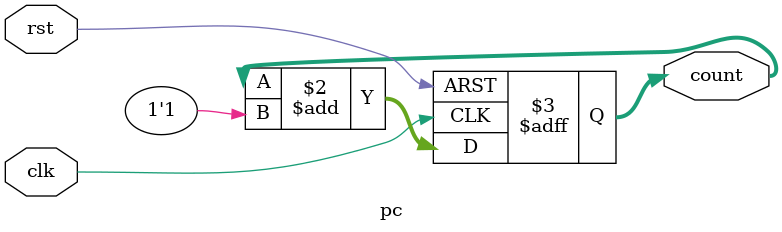
<source format=v>

module pc
#(parameter WIDTH=10)
(
	input clk, rst,
	output reg [WIDTH-1:0] count
);

	// Reset if needed, or increment if counting is enabled
	always @ (posedge clk or posedge rst)
	begin
		if (rst)
			count <= 1'b0;
		else
			count <= count + 1'b1;
	end

endmodule

</source>
